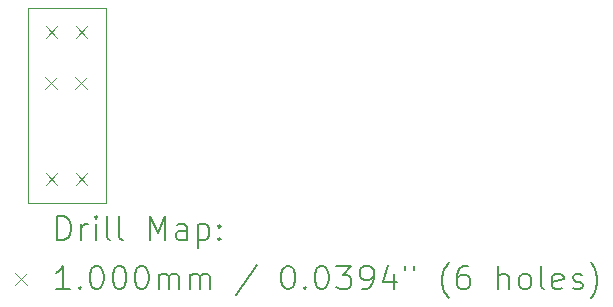
<source format=gbr>
%TF.GenerationSoftware,KiCad,Pcbnew,(6.0.10)*%
%TF.CreationDate,2023-05-23T02:16:13+09:00*%
%TF.ProjectId,GC,47432e6b-6963-4616-945f-706362585858,rev?*%
%TF.SameCoordinates,Original*%
%TF.FileFunction,Drillmap*%
%TF.FilePolarity,Positive*%
%FSLAX45Y45*%
G04 Gerber Fmt 4.5, Leading zero omitted, Abs format (unit mm)*
G04 Created by KiCad (PCBNEW (6.0.10)) date 2023-05-23 02:16:13*
%MOMM*%
%LPD*%
G01*
G04 APERTURE LIST*
%ADD10C,0.100000*%
%ADD11C,0.200000*%
G04 APERTURE END LIST*
D10*
X12471400Y-7823200D02*
X13131800Y-7823200D01*
X13131800Y-7823200D02*
X13131800Y-9474200D01*
X13131800Y-9474200D02*
X12471400Y-9474200D01*
X12471400Y-9474200D02*
X12471400Y-7823200D01*
D11*
D10*
X12622600Y-8408200D02*
X12722600Y-8508200D01*
X12722600Y-8408200D02*
X12622600Y-8508200D01*
X12623100Y-7976400D02*
X12723100Y-8076400D01*
X12723100Y-7976400D02*
X12623100Y-8076400D01*
X12624100Y-9221000D02*
X12724100Y-9321000D01*
X12724100Y-9221000D02*
X12624100Y-9321000D01*
X12876600Y-8408200D02*
X12976600Y-8508200D01*
X12976600Y-8408200D02*
X12876600Y-8508200D01*
X12877100Y-7976400D02*
X12977100Y-8076400D01*
X12977100Y-7976400D02*
X12877100Y-8076400D01*
X12878100Y-9221000D02*
X12978100Y-9321000D01*
X12978100Y-9221000D02*
X12878100Y-9321000D01*
D11*
X12724019Y-9789676D02*
X12724019Y-9589676D01*
X12771638Y-9589676D01*
X12800209Y-9599200D01*
X12819257Y-9618248D01*
X12828781Y-9637295D01*
X12838305Y-9675390D01*
X12838305Y-9703962D01*
X12828781Y-9742057D01*
X12819257Y-9761105D01*
X12800209Y-9780152D01*
X12771638Y-9789676D01*
X12724019Y-9789676D01*
X12924019Y-9789676D02*
X12924019Y-9656343D01*
X12924019Y-9694438D02*
X12933543Y-9675390D01*
X12943067Y-9665867D01*
X12962114Y-9656343D01*
X12981162Y-9656343D01*
X13047828Y-9789676D02*
X13047828Y-9656343D01*
X13047828Y-9589676D02*
X13038305Y-9599200D01*
X13047828Y-9608724D01*
X13057352Y-9599200D01*
X13047828Y-9589676D01*
X13047828Y-9608724D01*
X13171638Y-9789676D02*
X13152590Y-9780152D01*
X13143067Y-9761105D01*
X13143067Y-9589676D01*
X13276400Y-9789676D02*
X13257352Y-9780152D01*
X13247828Y-9761105D01*
X13247828Y-9589676D01*
X13504971Y-9789676D02*
X13504971Y-9589676D01*
X13571638Y-9732533D01*
X13638305Y-9589676D01*
X13638305Y-9789676D01*
X13819257Y-9789676D02*
X13819257Y-9684914D01*
X13809733Y-9665867D01*
X13790686Y-9656343D01*
X13752590Y-9656343D01*
X13733543Y-9665867D01*
X13819257Y-9780152D02*
X13800209Y-9789676D01*
X13752590Y-9789676D01*
X13733543Y-9780152D01*
X13724019Y-9761105D01*
X13724019Y-9742057D01*
X13733543Y-9723010D01*
X13752590Y-9713486D01*
X13800209Y-9713486D01*
X13819257Y-9703962D01*
X13914495Y-9656343D02*
X13914495Y-9856343D01*
X13914495Y-9665867D02*
X13933543Y-9656343D01*
X13971638Y-9656343D01*
X13990686Y-9665867D01*
X14000209Y-9675390D01*
X14009733Y-9694438D01*
X14009733Y-9751581D01*
X14000209Y-9770629D01*
X13990686Y-9780152D01*
X13971638Y-9789676D01*
X13933543Y-9789676D01*
X13914495Y-9780152D01*
X14095448Y-9770629D02*
X14104971Y-9780152D01*
X14095448Y-9789676D01*
X14085924Y-9780152D01*
X14095448Y-9770629D01*
X14095448Y-9789676D01*
X14095448Y-9665867D02*
X14104971Y-9675390D01*
X14095448Y-9684914D01*
X14085924Y-9675390D01*
X14095448Y-9665867D01*
X14095448Y-9684914D01*
D10*
X12366400Y-10069200D02*
X12466400Y-10169200D01*
X12466400Y-10069200D02*
X12366400Y-10169200D01*
D11*
X12828781Y-10209676D02*
X12714495Y-10209676D01*
X12771638Y-10209676D02*
X12771638Y-10009676D01*
X12752590Y-10038248D01*
X12733543Y-10057295D01*
X12714495Y-10066819D01*
X12914495Y-10190629D02*
X12924019Y-10200152D01*
X12914495Y-10209676D01*
X12904971Y-10200152D01*
X12914495Y-10190629D01*
X12914495Y-10209676D01*
X13047828Y-10009676D02*
X13066876Y-10009676D01*
X13085924Y-10019200D01*
X13095448Y-10028724D01*
X13104971Y-10047771D01*
X13114495Y-10085867D01*
X13114495Y-10133486D01*
X13104971Y-10171581D01*
X13095448Y-10190629D01*
X13085924Y-10200152D01*
X13066876Y-10209676D01*
X13047828Y-10209676D01*
X13028781Y-10200152D01*
X13019257Y-10190629D01*
X13009733Y-10171581D01*
X13000209Y-10133486D01*
X13000209Y-10085867D01*
X13009733Y-10047771D01*
X13019257Y-10028724D01*
X13028781Y-10019200D01*
X13047828Y-10009676D01*
X13238305Y-10009676D02*
X13257352Y-10009676D01*
X13276400Y-10019200D01*
X13285924Y-10028724D01*
X13295448Y-10047771D01*
X13304971Y-10085867D01*
X13304971Y-10133486D01*
X13295448Y-10171581D01*
X13285924Y-10190629D01*
X13276400Y-10200152D01*
X13257352Y-10209676D01*
X13238305Y-10209676D01*
X13219257Y-10200152D01*
X13209733Y-10190629D01*
X13200209Y-10171581D01*
X13190686Y-10133486D01*
X13190686Y-10085867D01*
X13200209Y-10047771D01*
X13209733Y-10028724D01*
X13219257Y-10019200D01*
X13238305Y-10009676D01*
X13428781Y-10009676D02*
X13447828Y-10009676D01*
X13466876Y-10019200D01*
X13476400Y-10028724D01*
X13485924Y-10047771D01*
X13495448Y-10085867D01*
X13495448Y-10133486D01*
X13485924Y-10171581D01*
X13476400Y-10190629D01*
X13466876Y-10200152D01*
X13447828Y-10209676D01*
X13428781Y-10209676D01*
X13409733Y-10200152D01*
X13400209Y-10190629D01*
X13390686Y-10171581D01*
X13381162Y-10133486D01*
X13381162Y-10085867D01*
X13390686Y-10047771D01*
X13400209Y-10028724D01*
X13409733Y-10019200D01*
X13428781Y-10009676D01*
X13581162Y-10209676D02*
X13581162Y-10076343D01*
X13581162Y-10095390D02*
X13590686Y-10085867D01*
X13609733Y-10076343D01*
X13638305Y-10076343D01*
X13657352Y-10085867D01*
X13666876Y-10104914D01*
X13666876Y-10209676D01*
X13666876Y-10104914D02*
X13676400Y-10085867D01*
X13695448Y-10076343D01*
X13724019Y-10076343D01*
X13743067Y-10085867D01*
X13752590Y-10104914D01*
X13752590Y-10209676D01*
X13847828Y-10209676D02*
X13847828Y-10076343D01*
X13847828Y-10095390D02*
X13857352Y-10085867D01*
X13876400Y-10076343D01*
X13904971Y-10076343D01*
X13924019Y-10085867D01*
X13933543Y-10104914D01*
X13933543Y-10209676D01*
X13933543Y-10104914D02*
X13943067Y-10085867D01*
X13962114Y-10076343D01*
X13990686Y-10076343D01*
X14009733Y-10085867D01*
X14019257Y-10104914D01*
X14019257Y-10209676D01*
X14409733Y-10000152D02*
X14238305Y-10257295D01*
X14666876Y-10009676D02*
X14685924Y-10009676D01*
X14704971Y-10019200D01*
X14714495Y-10028724D01*
X14724019Y-10047771D01*
X14733543Y-10085867D01*
X14733543Y-10133486D01*
X14724019Y-10171581D01*
X14714495Y-10190629D01*
X14704971Y-10200152D01*
X14685924Y-10209676D01*
X14666876Y-10209676D01*
X14647828Y-10200152D01*
X14638305Y-10190629D01*
X14628781Y-10171581D01*
X14619257Y-10133486D01*
X14619257Y-10085867D01*
X14628781Y-10047771D01*
X14638305Y-10028724D01*
X14647828Y-10019200D01*
X14666876Y-10009676D01*
X14819257Y-10190629D02*
X14828781Y-10200152D01*
X14819257Y-10209676D01*
X14809733Y-10200152D01*
X14819257Y-10190629D01*
X14819257Y-10209676D01*
X14952590Y-10009676D02*
X14971638Y-10009676D01*
X14990686Y-10019200D01*
X15000209Y-10028724D01*
X15009733Y-10047771D01*
X15019257Y-10085867D01*
X15019257Y-10133486D01*
X15009733Y-10171581D01*
X15000209Y-10190629D01*
X14990686Y-10200152D01*
X14971638Y-10209676D01*
X14952590Y-10209676D01*
X14933543Y-10200152D01*
X14924019Y-10190629D01*
X14914495Y-10171581D01*
X14904971Y-10133486D01*
X14904971Y-10085867D01*
X14914495Y-10047771D01*
X14924019Y-10028724D01*
X14933543Y-10019200D01*
X14952590Y-10009676D01*
X15085924Y-10009676D02*
X15209733Y-10009676D01*
X15143067Y-10085867D01*
X15171638Y-10085867D01*
X15190686Y-10095390D01*
X15200209Y-10104914D01*
X15209733Y-10123962D01*
X15209733Y-10171581D01*
X15200209Y-10190629D01*
X15190686Y-10200152D01*
X15171638Y-10209676D01*
X15114495Y-10209676D01*
X15095448Y-10200152D01*
X15085924Y-10190629D01*
X15304971Y-10209676D02*
X15343067Y-10209676D01*
X15362114Y-10200152D01*
X15371638Y-10190629D01*
X15390686Y-10162057D01*
X15400209Y-10123962D01*
X15400209Y-10047771D01*
X15390686Y-10028724D01*
X15381162Y-10019200D01*
X15362114Y-10009676D01*
X15324019Y-10009676D01*
X15304971Y-10019200D01*
X15295448Y-10028724D01*
X15285924Y-10047771D01*
X15285924Y-10095390D01*
X15295448Y-10114438D01*
X15304971Y-10123962D01*
X15324019Y-10133486D01*
X15362114Y-10133486D01*
X15381162Y-10123962D01*
X15390686Y-10114438D01*
X15400209Y-10095390D01*
X15571638Y-10076343D02*
X15571638Y-10209676D01*
X15524019Y-10000152D02*
X15476400Y-10143010D01*
X15600209Y-10143010D01*
X15666876Y-10009676D02*
X15666876Y-10047771D01*
X15743067Y-10009676D02*
X15743067Y-10047771D01*
X16038305Y-10285867D02*
X16028781Y-10276343D01*
X16009733Y-10247771D01*
X16000209Y-10228724D01*
X15990686Y-10200152D01*
X15981162Y-10152533D01*
X15981162Y-10114438D01*
X15990686Y-10066819D01*
X16000209Y-10038248D01*
X16009733Y-10019200D01*
X16028781Y-9990629D01*
X16038305Y-9981105D01*
X16200209Y-10009676D02*
X16162114Y-10009676D01*
X16143067Y-10019200D01*
X16133543Y-10028724D01*
X16114495Y-10057295D01*
X16104971Y-10095390D01*
X16104971Y-10171581D01*
X16114495Y-10190629D01*
X16124019Y-10200152D01*
X16143067Y-10209676D01*
X16181162Y-10209676D01*
X16200209Y-10200152D01*
X16209733Y-10190629D01*
X16219257Y-10171581D01*
X16219257Y-10123962D01*
X16209733Y-10104914D01*
X16200209Y-10095390D01*
X16181162Y-10085867D01*
X16143067Y-10085867D01*
X16124019Y-10095390D01*
X16114495Y-10104914D01*
X16104971Y-10123962D01*
X16457352Y-10209676D02*
X16457352Y-10009676D01*
X16543067Y-10209676D02*
X16543067Y-10104914D01*
X16533543Y-10085867D01*
X16514495Y-10076343D01*
X16485924Y-10076343D01*
X16466876Y-10085867D01*
X16457352Y-10095390D01*
X16666876Y-10209676D02*
X16647828Y-10200152D01*
X16638305Y-10190629D01*
X16628781Y-10171581D01*
X16628781Y-10114438D01*
X16638305Y-10095390D01*
X16647828Y-10085867D01*
X16666876Y-10076343D01*
X16695448Y-10076343D01*
X16714495Y-10085867D01*
X16724019Y-10095390D01*
X16733543Y-10114438D01*
X16733543Y-10171581D01*
X16724019Y-10190629D01*
X16714495Y-10200152D01*
X16695448Y-10209676D01*
X16666876Y-10209676D01*
X16847829Y-10209676D02*
X16828781Y-10200152D01*
X16819257Y-10181105D01*
X16819257Y-10009676D01*
X17000210Y-10200152D02*
X16981162Y-10209676D01*
X16943067Y-10209676D01*
X16924019Y-10200152D01*
X16914495Y-10181105D01*
X16914495Y-10104914D01*
X16924019Y-10085867D01*
X16943067Y-10076343D01*
X16981162Y-10076343D01*
X17000210Y-10085867D01*
X17009733Y-10104914D01*
X17009733Y-10123962D01*
X16914495Y-10143010D01*
X17085924Y-10200152D02*
X17104971Y-10209676D01*
X17143067Y-10209676D01*
X17162114Y-10200152D01*
X17171638Y-10181105D01*
X17171638Y-10171581D01*
X17162114Y-10152533D01*
X17143067Y-10143010D01*
X17114495Y-10143010D01*
X17095448Y-10133486D01*
X17085924Y-10114438D01*
X17085924Y-10104914D01*
X17095448Y-10085867D01*
X17114495Y-10076343D01*
X17143067Y-10076343D01*
X17162114Y-10085867D01*
X17238305Y-10285867D02*
X17247829Y-10276343D01*
X17266876Y-10247771D01*
X17276400Y-10228724D01*
X17285924Y-10200152D01*
X17295448Y-10152533D01*
X17295448Y-10114438D01*
X17285924Y-10066819D01*
X17276400Y-10038248D01*
X17266876Y-10019200D01*
X17247829Y-9990629D01*
X17238305Y-9981105D01*
M02*

</source>
